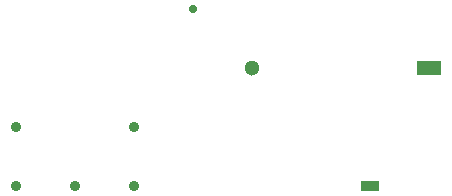
<source format=gbr>
G04 #@! TF.GenerationSoftware,KiCad,7.0*
G04 #@! TF.CreationDate,2025-02-21*
G04 #@! TF.ProjectId,gerbelview-sample*
%TF.FileFunction,Soldermask,Top*%
%TF.FilePolarity,Negative*%
%FSLAX46Y46*%
%MOMM*%
%ADD10C,0.900000*%
%ADD11C,1.300000*%
%ADD12C,0.700000*%
%ADD13R,1.600000X0.900000*%
%ADD14R,2.100000X1.300000*%
G01*
G04 Layer: F.Mask (Front Solder Mask)*
G04 Pad openings - matches F_Cu with mask expansion*
D10*
X0Y0D02*
X5000000Y5000000D03*
X10000000Y5000000D03*
X15000000Y5000000D03*
X15000000Y10000000D03*
X5000000Y10000000D03*
D11*
X25000000Y15000000D03*
D12*
X20000000Y20000000D03*
D13*
X35000000Y5000000D03*
D14*
X40000000Y15000000D03*
M02*

</source>
